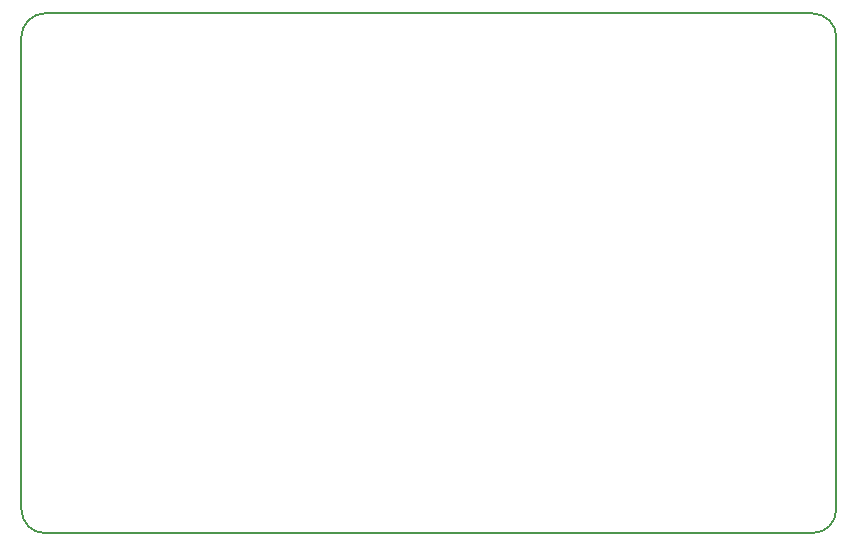
<source format=gbr>
G04 #@! TF.FileFunction,Profile,NP*
%FSLAX46Y46*%
G04 Gerber Fmt 4.6, Leading zero omitted, Abs format (unit mm)*
G04 Created by KiCad (PCBNEW 4.0.2+e4-6225~38~ubuntu14.04.1-stable) date Fri 29 Jul 2016 12:50:15 AM PDT*
%MOMM*%
G01*
G04 APERTURE LIST*
%ADD10C,0.100000*%
%ADD11C,0.150000*%
G04 APERTURE END LIST*
D10*
D11*
X172000000Y-70000000D02*
G75*
G03X170000000Y-68000000I-2000000J0D01*
G01*
X170000000Y-112000000D02*
G75*
G03X172000000Y-110000000I0J2000000D01*
G01*
X172000000Y-70000000D02*
X172000000Y-110000000D01*
X170000000Y-112000000D02*
X105000000Y-112000000D01*
X103000000Y-70000000D02*
X103000000Y-110000000D01*
X103000000Y-110000000D02*
G75*
G03X105000000Y-112000000I2000000J0D01*
G01*
X105000000Y-68000000D02*
G75*
G03X103000000Y-70000000I0J-2000000D01*
G01*
X170000000Y-68000000D02*
X105000000Y-68000000D01*
M02*

</source>
